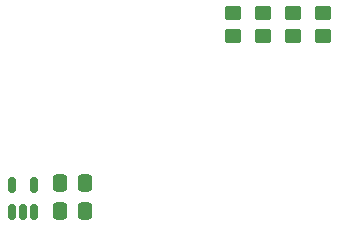
<source format=gbr>
G04 #@! TF.GenerationSoftware,KiCad,Pcbnew,(7.0.0-0)*
G04 #@! TF.CreationDate,2023-03-14T17:22:47-07:00*
G04 #@! TF.ProjectId,qcard-multicart,71636172-642d-46d7-956c-746963617274,3*
G04 #@! TF.SameCoordinates,Original*
G04 #@! TF.FileFunction,Paste,Bot*
G04 #@! TF.FilePolarity,Positive*
%FSLAX46Y46*%
G04 Gerber Fmt 4.6, Leading zero omitted, Abs format (unit mm)*
G04 Created by KiCad (PCBNEW (7.0.0-0)) date 2023-03-14 17:22:47*
%MOMM*%
%LPD*%
G01*
G04 APERTURE LIST*
G04 Aperture macros list*
%AMRoundRect*
0 Rectangle with rounded corners*
0 $1 Rounding radius*
0 $2 $3 $4 $5 $6 $7 $8 $9 X,Y pos of 4 corners*
0 Add a 4 corners polygon primitive as box body*
4,1,4,$2,$3,$4,$5,$6,$7,$8,$9,$2,$3,0*
0 Add four circle primitives for the rounded corners*
1,1,$1+$1,$2,$3*
1,1,$1+$1,$4,$5*
1,1,$1+$1,$6,$7*
1,1,$1+$1,$8,$9*
0 Add four rect primitives between the rounded corners*
20,1,$1+$1,$2,$3,$4,$5,0*
20,1,$1+$1,$4,$5,$6,$7,0*
20,1,$1+$1,$6,$7,$8,$9,0*
20,1,$1+$1,$8,$9,$2,$3,0*%
G04 Aperture macros list end*
%ADD10RoundRect,0.250000X-0.450000X0.350000X-0.450000X-0.350000X0.450000X-0.350000X0.450000X0.350000X0*%
%ADD11RoundRect,0.250000X-0.337500X-0.475000X0.337500X-0.475000X0.337500X0.475000X-0.337500X0.475000X0*%
%ADD12RoundRect,0.150000X0.150000X-0.512500X0.150000X0.512500X-0.150000X0.512500X-0.150000X-0.512500X0*%
G04 APERTURE END LIST*
D10*
X98300000Y-48000000D03*
X98300000Y-50000000D03*
X95700000Y-48000000D03*
X95700000Y-50000000D03*
D11*
X78562500Y-64800000D03*
X80637500Y-64800000D03*
D10*
X93200000Y-48000000D03*
X93200000Y-50000000D03*
D11*
X78562500Y-62400000D03*
X80637500Y-62400000D03*
D12*
X76350000Y-64837500D03*
X75400000Y-64837500D03*
X74450000Y-64837500D03*
X74450000Y-62562500D03*
X76350000Y-62562500D03*
D10*
X100800000Y-48000000D03*
X100800000Y-50000000D03*
M02*

</source>
